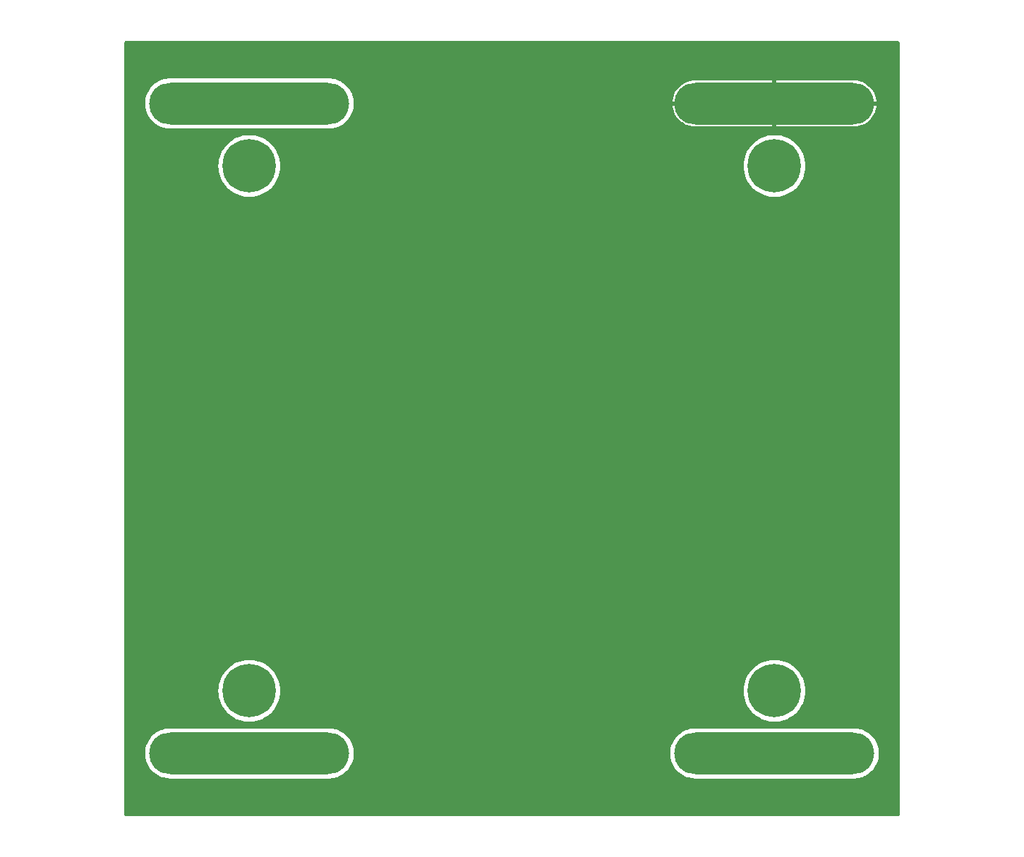
<source format=gbr>
%TF.GenerationSoftware,KiCad,Pcbnew,(6.0.0)*%
%TF.CreationDate,2022-06-20T09:58:44+02:00*%
%TF.ProjectId,bottom_plate_pcb,626f7474-6f6d-45f7-906c-6174655f7063,rev?*%
%TF.SameCoordinates,Original*%
%TF.FileFunction,Copper,L2,Bot*%
%TF.FilePolarity,Positive*%
%FSLAX46Y46*%
G04 Gerber Fmt 4.6, Leading zero omitted, Abs format (unit mm)*
G04 Created by KiCad (PCBNEW (6.0.0)) date 2022-06-20 09:58:44*
%MOMM*%
%LPD*%
G01*
G04 APERTURE LIST*
%TA.AperFunction,ComponentPad*%
%ADD10C,0.800000*%
%TD*%
%TA.AperFunction,ComponentPad*%
%ADD11C,6.400000*%
%TD*%
%TA.AperFunction,ComponentPad*%
%ADD12O,24.000000X5.000000*%
%TD*%
G04 APERTURE END LIST*
D10*
%TO.P,REF\u002A\u002A,1*%
%TO.N,N/C*%
X98500000Y-128100000D03*
X96100000Y-130500000D03*
X96802944Y-132197056D03*
X96802944Y-128802944D03*
X98500000Y-132900000D03*
X100900000Y-130500000D03*
X100197056Y-132197056D03*
X100197056Y-128802944D03*
D11*
X98500000Y-130500000D03*
%TD*%
D12*
%TO.P,J4,1,Pin_1*%
%TO.N,DIN*%
X98500000Y-60000000D03*
%TD*%
D10*
%TO.P,REF\u002A\u002A,1*%
%TO.N,N/C*%
X159802944Y-132197056D03*
X161500000Y-132900000D03*
X159802944Y-128802944D03*
X163900000Y-130500000D03*
X163197056Y-128802944D03*
X159100000Y-130500000D03*
X163197056Y-132197056D03*
D11*
X161500000Y-130500000D03*
D10*
X161500000Y-128100000D03*
%TD*%
%TO.P,REF\u002A\u002A,1*%
%TO.N,N/C*%
X161500000Y-69900000D03*
X159802944Y-69197056D03*
X163197056Y-69197056D03*
X161500000Y-65100000D03*
D11*
X161500000Y-67500000D03*
D10*
X159802944Y-65802944D03*
X163197056Y-65802944D03*
X163900000Y-67500000D03*
X159100000Y-67500000D03*
%TD*%
D12*
%TO.P,J3,1,Pin_1*%
%TO.N,GND*%
X161500000Y-60000000D03*
%TD*%
D11*
%TO.P,REF\u002A\u002A,1*%
%TO.N,N/C*%
X98500000Y-67500000D03*
D10*
X100197056Y-65802944D03*
X98500000Y-69900000D03*
X96100000Y-67500000D03*
X100900000Y-67500000D03*
X100197056Y-69197056D03*
X96802944Y-65802944D03*
X98500000Y-65100000D03*
X96802944Y-69197056D03*
%TD*%
D12*
%TO.P,J2,1,Pin_1*%
%TO.N,+5V*%
X98500000Y-138000000D03*
%TD*%
%TO.P,J1,1,Pin_1*%
%TO.N,DOUT*%
X161500000Y-138000000D03*
%TD*%
%TA.AperFunction,Conductor*%
%TO.N,GND*%
G36*
X176434121Y-52528002D02*
G01*
X176480614Y-52581658D01*
X176492000Y-52634000D01*
X176492000Y-145366000D01*
X176471998Y-145434121D01*
X176418342Y-145480614D01*
X176366000Y-145492000D01*
X83634000Y-145492000D01*
X83565879Y-145471998D01*
X83519386Y-145418342D01*
X83508000Y-145366000D01*
X83508000Y-138126196D01*
X85989044Y-138126196D01*
X85989405Y-138129810D01*
X85989405Y-138129816D01*
X86013694Y-138373157D01*
X86023503Y-138471431D01*
X86097414Y-138810417D01*
X86209797Y-139138661D01*
X86359163Y-139451812D01*
X86543532Y-139745721D01*
X86545804Y-139748557D01*
X86545809Y-139748564D01*
X86602252Y-139819016D01*
X86760459Y-140016491D01*
X87007071Y-140260534D01*
X87280098Y-140474614D01*
X87575921Y-140655895D01*
X87579206Y-140657420D01*
X87579210Y-140657422D01*
X87818653Y-140768567D01*
X87890620Y-140801973D01*
X87994926Y-140836469D01*
X88216578Y-140909774D01*
X88216583Y-140909775D01*
X88220023Y-140910913D01*
X88223578Y-140911649D01*
X88223581Y-140911650D01*
X88556214Y-140980535D01*
X88556217Y-140980535D01*
X88559764Y-140981270D01*
X88698221Y-140993627D01*
X88862076Y-141008251D01*
X88862082Y-141008251D01*
X88864869Y-141008500D01*
X108088432Y-141008500D01*
X108090251Y-141008395D01*
X108090255Y-141008395D01*
X108342754Y-140993836D01*
X108342759Y-140993835D01*
X108346374Y-140993627D01*
X108421388Y-140980535D01*
X108684585Y-140934600D01*
X108684592Y-140934598D01*
X108688158Y-140933976D01*
X108691633Y-140932947D01*
X108691640Y-140932945D01*
X108824863Y-140893482D01*
X109020820Y-140835437D01*
X109024159Y-140834013D01*
X109336614Y-140700740D01*
X109336617Y-140700738D01*
X109339952Y-140699316D01*
X109343099Y-140697521D01*
X109343103Y-140697519D01*
X109638184Y-140529208D01*
X109641324Y-140527417D01*
X109920940Y-140322018D01*
X110175096Y-140085842D01*
X110400422Y-139822019D01*
X110593931Y-139534047D01*
X110753060Y-139225741D01*
X110875698Y-138901189D01*
X110960220Y-138564692D01*
X111005506Y-138220711D01*
X111006991Y-138126196D01*
X148989044Y-138126196D01*
X148989405Y-138129810D01*
X148989405Y-138129816D01*
X149013694Y-138373157D01*
X149023503Y-138471431D01*
X149097414Y-138810417D01*
X149209797Y-139138661D01*
X149359163Y-139451812D01*
X149543532Y-139745721D01*
X149545804Y-139748557D01*
X149545809Y-139748564D01*
X149602252Y-139819016D01*
X149760459Y-140016491D01*
X150007071Y-140260534D01*
X150280098Y-140474614D01*
X150575921Y-140655895D01*
X150579206Y-140657420D01*
X150579210Y-140657422D01*
X150818653Y-140768567D01*
X150890620Y-140801973D01*
X150994926Y-140836469D01*
X151216578Y-140909774D01*
X151216583Y-140909775D01*
X151220023Y-140910913D01*
X151223578Y-140911649D01*
X151223581Y-140911650D01*
X151556214Y-140980535D01*
X151556217Y-140980535D01*
X151559764Y-140981270D01*
X151698221Y-140993627D01*
X151862076Y-141008251D01*
X151862082Y-141008251D01*
X151864869Y-141008500D01*
X171088432Y-141008500D01*
X171090251Y-141008395D01*
X171090255Y-141008395D01*
X171342754Y-140993836D01*
X171342759Y-140993835D01*
X171346374Y-140993627D01*
X171421388Y-140980535D01*
X171684585Y-140934600D01*
X171684592Y-140934598D01*
X171688158Y-140933976D01*
X171691633Y-140932947D01*
X171691640Y-140932945D01*
X171824863Y-140893482D01*
X172020820Y-140835437D01*
X172024159Y-140834013D01*
X172336614Y-140700740D01*
X172336617Y-140700738D01*
X172339952Y-140699316D01*
X172343099Y-140697521D01*
X172343103Y-140697519D01*
X172638184Y-140529208D01*
X172641324Y-140527417D01*
X172920940Y-140322018D01*
X173175096Y-140085842D01*
X173400422Y-139822019D01*
X173593931Y-139534047D01*
X173753060Y-139225741D01*
X173875698Y-138901189D01*
X173960220Y-138564692D01*
X174005506Y-138220711D01*
X174010956Y-137873804D01*
X174001163Y-137775685D01*
X173976857Y-137532177D01*
X173976497Y-137528569D01*
X173902586Y-137189583D01*
X173790203Y-136861339D01*
X173640837Y-136548188D01*
X173456468Y-136254279D01*
X173454196Y-136251443D01*
X173454191Y-136251436D01*
X173241813Y-135986345D01*
X173239541Y-135983509D01*
X172992929Y-135739466D01*
X172719902Y-135525386D01*
X172424079Y-135344105D01*
X172420794Y-135342580D01*
X172420790Y-135342578D01*
X172112663Y-135199551D01*
X172109380Y-135198027D01*
X171939112Y-135141716D01*
X171783422Y-135090226D01*
X171783417Y-135090225D01*
X171779977Y-135089087D01*
X171776422Y-135088351D01*
X171776419Y-135088350D01*
X171443786Y-135019465D01*
X171443783Y-135019465D01*
X171440236Y-135018730D01*
X171285947Y-135004960D01*
X171137924Y-134991749D01*
X171137918Y-134991749D01*
X171135131Y-134991500D01*
X151911568Y-134991500D01*
X151909749Y-134991605D01*
X151909745Y-134991605D01*
X151657246Y-135006164D01*
X151657241Y-135006165D01*
X151653626Y-135006373D01*
X151584669Y-135018408D01*
X151315415Y-135065400D01*
X151315408Y-135065402D01*
X151311842Y-135066024D01*
X151308367Y-135067053D01*
X151308360Y-135067055D01*
X151230137Y-135090226D01*
X150979180Y-135164563D01*
X150975844Y-135165986D01*
X150975841Y-135165987D01*
X150663386Y-135299260D01*
X150663383Y-135299262D01*
X150660048Y-135300684D01*
X150656901Y-135302479D01*
X150656897Y-135302481D01*
X150580602Y-135345999D01*
X150358676Y-135472583D01*
X150079060Y-135677982D01*
X149824904Y-135914158D01*
X149599578Y-136177981D01*
X149406069Y-136465953D01*
X149246940Y-136774259D01*
X149124302Y-137098811D01*
X149039780Y-137435308D01*
X148994494Y-137779289D01*
X148989044Y-138126196D01*
X111006991Y-138126196D01*
X111010956Y-137873804D01*
X111001163Y-137775685D01*
X110976857Y-137532177D01*
X110976497Y-137528569D01*
X110902586Y-137189583D01*
X110790203Y-136861339D01*
X110640837Y-136548188D01*
X110456468Y-136254279D01*
X110454196Y-136251443D01*
X110454191Y-136251436D01*
X110241813Y-135986345D01*
X110239541Y-135983509D01*
X109992929Y-135739466D01*
X109719902Y-135525386D01*
X109424079Y-135344105D01*
X109420794Y-135342580D01*
X109420790Y-135342578D01*
X109112663Y-135199551D01*
X109109380Y-135198027D01*
X108939112Y-135141716D01*
X108783422Y-135090226D01*
X108783417Y-135090225D01*
X108779977Y-135089087D01*
X108776422Y-135088351D01*
X108776419Y-135088350D01*
X108443786Y-135019465D01*
X108443783Y-135019465D01*
X108440236Y-135018730D01*
X108285947Y-135004960D01*
X108137924Y-134991749D01*
X108137918Y-134991749D01*
X108135131Y-134991500D01*
X88911568Y-134991500D01*
X88909749Y-134991605D01*
X88909745Y-134991605D01*
X88657246Y-135006164D01*
X88657241Y-135006165D01*
X88653626Y-135006373D01*
X88584669Y-135018408D01*
X88315415Y-135065400D01*
X88315408Y-135065402D01*
X88311842Y-135066024D01*
X88308367Y-135067053D01*
X88308360Y-135067055D01*
X88230137Y-135090226D01*
X87979180Y-135164563D01*
X87975844Y-135165986D01*
X87975841Y-135165987D01*
X87663386Y-135299260D01*
X87663383Y-135299262D01*
X87660048Y-135300684D01*
X87656901Y-135302479D01*
X87656897Y-135302481D01*
X87580602Y-135345999D01*
X87358676Y-135472583D01*
X87079060Y-135677982D01*
X86824904Y-135914158D01*
X86599578Y-136177981D01*
X86406069Y-136465953D01*
X86246940Y-136774259D01*
X86124302Y-137098811D01*
X86039780Y-137435308D01*
X85994494Y-137779289D01*
X85989044Y-138126196D01*
X83508000Y-138126196D01*
X83508000Y-130500000D01*
X94786411Y-130500000D01*
X94806754Y-130888176D01*
X94867562Y-131272099D01*
X94968167Y-131647562D01*
X95107468Y-132010453D01*
X95283938Y-132356794D01*
X95495643Y-132682793D01*
X95740266Y-132984876D01*
X96015124Y-133259734D01*
X96317207Y-133504357D01*
X96643205Y-133716062D01*
X96646139Y-133717557D01*
X96646146Y-133717561D01*
X96986607Y-133891034D01*
X96989547Y-133892532D01*
X97352438Y-134031833D01*
X97727901Y-134132438D01*
X97931793Y-134164732D01*
X98108576Y-134192732D01*
X98108584Y-134192733D01*
X98111824Y-134193246D01*
X98500000Y-134213589D01*
X98888176Y-134193246D01*
X98891416Y-134192733D01*
X98891424Y-134192732D01*
X99068207Y-134164732D01*
X99272099Y-134132438D01*
X99647562Y-134031833D01*
X100010453Y-133892532D01*
X100013393Y-133891034D01*
X100353854Y-133717561D01*
X100353861Y-133717557D01*
X100356795Y-133716062D01*
X100682793Y-133504357D01*
X100984876Y-133259734D01*
X101259734Y-132984876D01*
X101504357Y-132682793D01*
X101716062Y-132356794D01*
X101892532Y-132010453D01*
X102031833Y-131647562D01*
X102132438Y-131272099D01*
X102193246Y-130888176D01*
X102213589Y-130500000D01*
X157786411Y-130500000D01*
X157806754Y-130888176D01*
X157867562Y-131272099D01*
X157968167Y-131647562D01*
X158107468Y-132010453D01*
X158283938Y-132356794D01*
X158495643Y-132682793D01*
X158740266Y-132984876D01*
X159015124Y-133259734D01*
X159317207Y-133504357D01*
X159643205Y-133716062D01*
X159646139Y-133717557D01*
X159646146Y-133717561D01*
X159986607Y-133891034D01*
X159989547Y-133892532D01*
X160352438Y-134031833D01*
X160727901Y-134132438D01*
X160931793Y-134164732D01*
X161108576Y-134192732D01*
X161108584Y-134192733D01*
X161111824Y-134193246D01*
X161500000Y-134213589D01*
X161888176Y-134193246D01*
X161891416Y-134192733D01*
X161891424Y-134192732D01*
X162068207Y-134164732D01*
X162272099Y-134132438D01*
X162647562Y-134031833D01*
X163010453Y-133892532D01*
X163013393Y-133891034D01*
X163353854Y-133717561D01*
X163353861Y-133717557D01*
X163356795Y-133716062D01*
X163682793Y-133504357D01*
X163984876Y-133259734D01*
X164259734Y-132984876D01*
X164504357Y-132682793D01*
X164716062Y-132356794D01*
X164892532Y-132010453D01*
X165031833Y-131647562D01*
X165132438Y-131272099D01*
X165193246Y-130888176D01*
X165213589Y-130500000D01*
X165193246Y-130111824D01*
X165132438Y-129727901D01*
X165031833Y-129352438D01*
X164892532Y-128989547D01*
X164716062Y-128643206D01*
X164504357Y-128317207D01*
X164259734Y-128015124D01*
X163984876Y-127740266D01*
X163682793Y-127495643D01*
X163356795Y-127283938D01*
X163353861Y-127282443D01*
X163353854Y-127282439D01*
X163013393Y-127108966D01*
X163010453Y-127107468D01*
X162647562Y-126968167D01*
X162272099Y-126867562D01*
X162068207Y-126835268D01*
X161891424Y-126807268D01*
X161891416Y-126807267D01*
X161888176Y-126806754D01*
X161500000Y-126786411D01*
X161111824Y-126806754D01*
X161108584Y-126807267D01*
X161108576Y-126807268D01*
X160931793Y-126835268D01*
X160727901Y-126867562D01*
X160352438Y-126968167D01*
X159989547Y-127107468D01*
X159986607Y-127108966D01*
X159646147Y-127282439D01*
X159646140Y-127282443D01*
X159643206Y-127283938D01*
X159317207Y-127495643D01*
X159015124Y-127740266D01*
X158740266Y-128015124D01*
X158495643Y-128317207D01*
X158283938Y-128643206D01*
X158107468Y-128989547D01*
X157968167Y-129352438D01*
X157867562Y-129727901D01*
X157806754Y-130111824D01*
X157786411Y-130500000D01*
X102213589Y-130500000D01*
X102193246Y-130111824D01*
X102132438Y-129727901D01*
X102031833Y-129352438D01*
X101892532Y-128989547D01*
X101716062Y-128643206D01*
X101504357Y-128317207D01*
X101259734Y-128015124D01*
X100984876Y-127740266D01*
X100682793Y-127495643D01*
X100356795Y-127283938D01*
X100353861Y-127282443D01*
X100353854Y-127282439D01*
X100013393Y-127108966D01*
X100010453Y-127107468D01*
X99647562Y-126968167D01*
X99272099Y-126867562D01*
X99068207Y-126835268D01*
X98891424Y-126807268D01*
X98891416Y-126807267D01*
X98888176Y-126806754D01*
X98500000Y-126786411D01*
X98111824Y-126806754D01*
X98108584Y-126807267D01*
X98108576Y-126807268D01*
X97931793Y-126835268D01*
X97727901Y-126867562D01*
X97352438Y-126968167D01*
X96989547Y-127107468D01*
X96986607Y-127108966D01*
X96646147Y-127282439D01*
X96646140Y-127282443D01*
X96643206Y-127283938D01*
X96317207Y-127495643D01*
X96015124Y-127740266D01*
X95740266Y-128015124D01*
X95495643Y-128317207D01*
X95283938Y-128643206D01*
X95107468Y-128989547D01*
X94968167Y-129352438D01*
X94867562Y-129727901D01*
X94806754Y-130111824D01*
X94786411Y-130500000D01*
X83508000Y-130500000D01*
X83508000Y-67500000D01*
X94786411Y-67500000D01*
X94806754Y-67888176D01*
X94867562Y-68272099D01*
X94968167Y-68647562D01*
X95107468Y-69010453D01*
X95283938Y-69356794D01*
X95495643Y-69682793D01*
X95740266Y-69984876D01*
X96015124Y-70259734D01*
X96317207Y-70504357D01*
X96643205Y-70716062D01*
X96646139Y-70717557D01*
X96646146Y-70717561D01*
X96986607Y-70891034D01*
X96989547Y-70892532D01*
X97352438Y-71031833D01*
X97727901Y-71132438D01*
X97931793Y-71164732D01*
X98108576Y-71192732D01*
X98108584Y-71192733D01*
X98111824Y-71193246D01*
X98500000Y-71213589D01*
X98888176Y-71193246D01*
X98891416Y-71192733D01*
X98891424Y-71192732D01*
X99068207Y-71164732D01*
X99272099Y-71132438D01*
X99647562Y-71031833D01*
X100010453Y-70892532D01*
X100013393Y-70891034D01*
X100353854Y-70717561D01*
X100353861Y-70717557D01*
X100356795Y-70716062D01*
X100682793Y-70504357D01*
X100984876Y-70259734D01*
X101259734Y-69984876D01*
X101504357Y-69682793D01*
X101716062Y-69356794D01*
X101892532Y-69010453D01*
X102031833Y-68647562D01*
X102132438Y-68272099D01*
X102193246Y-67888176D01*
X102213589Y-67500000D01*
X157786411Y-67500000D01*
X157806754Y-67888176D01*
X157867562Y-68272099D01*
X157968167Y-68647562D01*
X158107468Y-69010453D01*
X158283938Y-69356794D01*
X158495643Y-69682793D01*
X158740266Y-69984876D01*
X159015124Y-70259734D01*
X159317207Y-70504357D01*
X159643205Y-70716062D01*
X159646139Y-70717557D01*
X159646146Y-70717561D01*
X159986607Y-70891034D01*
X159989547Y-70892532D01*
X160352438Y-71031833D01*
X160727901Y-71132438D01*
X160931793Y-71164732D01*
X161108576Y-71192732D01*
X161108584Y-71192733D01*
X161111824Y-71193246D01*
X161500000Y-71213589D01*
X161888176Y-71193246D01*
X161891416Y-71192733D01*
X161891424Y-71192732D01*
X162068207Y-71164732D01*
X162272099Y-71132438D01*
X162647562Y-71031833D01*
X163010453Y-70892532D01*
X163013393Y-70891034D01*
X163353854Y-70717561D01*
X163353861Y-70717557D01*
X163356795Y-70716062D01*
X163682793Y-70504357D01*
X163984876Y-70259734D01*
X164259734Y-69984876D01*
X164504357Y-69682793D01*
X164716062Y-69356794D01*
X164892532Y-69010453D01*
X165031833Y-68647562D01*
X165132438Y-68272099D01*
X165193246Y-67888176D01*
X165213589Y-67500000D01*
X165193246Y-67111824D01*
X165132438Y-66727901D01*
X165031833Y-66352438D01*
X164892532Y-65989547D01*
X164716062Y-65643206D01*
X164504357Y-65317207D01*
X164259734Y-65015124D01*
X163984876Y-64740266D01*
X163682793Y-64495643D01*
X163356795Y-64283938D01*
X163353861Y-64282443D01*
X163353854Y-64282439D01*
X163013393Y-64108966D01*
X163010453Y-64107468D01*
X162647562Y-63968167D01*
X162272099Y-63867562D01*
X162068207Y-63835268D01*
X161891424Y-63807268D01*
X161891416Y-63807267D01*
X161888176Y-63806754D01*
X161500000Y-63786411D01*
X161111824Y-63806754D01*
X161108584Y-63807267D01*
X161108576Y-63807268D01*
X160931793Y-63835268D01*
X160727901Y-63867562D01*
X160352438Y-63968167D01*
X159989547Y-64107468D01*
X159986607Y-64108966D01*
X159646147Y-64282439D01*
X159646140Y-64282443D01*
X159643206Y-64283938D01*
X159317207Y-64495643D01*
X159015124Y-64740266D01*
X158740266Y-65015124D01*
X158495643Y-65317207D01*
X158283938Y-65643206D01*
X158107468Y-65989547D01*
X157968167Y-66352438D01*
X157867562Y-66727901D01*
X157806754Y-67111824D01*
X157786411Y-67500000D01*
X102213589Y-67500000D01*
X102193246Y-67111824D01*
X102132438Y-66727901D01*
X102031833Y-66352438D01*
X101892532Y-65989547D01*
X101716062Y-65643206D01*
X101504357Y-65317207D01*
X101259734Y-65015124D01*
X100984876Y-64740266D01*
X100682793Y-64495643D01*
X100356795Y-64283938D01*
X100353861Y-64282443D01*
X100353854Y-64282439D01*
X100013393Y-64108966D01*
X100010453Y-64107468D01*
X99647562Y-63968167D01*
X99272099Y-63867562D01*
X99068207Y-63835268D01*
X98891424Y-63807268D01*
X98891416Y-63807267D01*
X98888176Y-63806754D01*
X98500000Y-63786411D01*
X98111824Y-63806754D01*
X98108584Y-63807267D01*
X98108576Y-63807268D01*
X97931793Y-63835268D01*
X97727901Y-63867562D01*
X97352438Y-63968167D01*
X96989547Y-64107468D01*
X96986607Y-64108966D01*
X96646147Y-64282439D01*
X96646140Y-64282443D01*
X96643206Y-64283938D01*
X96317207Y-64495643D01*
X96015124Y-64740266D01*
X95740266Y-65015124D01*
X95495643Y-65317207D01*
X95283938Y-65643206D01*
X95107468Y-65989547D01*
X94968167Y-66352438D01*
X94867562Y-66727901D01*
X94806754Y-67111824D01*
X94786411Y-67500000D01*
X83508000Y-67500000D01*
X83508000Y-60126196D01*
X85989044Y-60126196D01*
X85989405Y-60129810D01*
X85989405Y-60129816D01*
X86010585Y-60342013D01*
X86023503Y-60471431D01*
X86097414Y-60810417D01*
X86098587Y-60813844D01*
X86098589Y-60813850D01*
X86208624Y-61135235D01*
X86209797Y-61138661D01*
X86359163Y-61451812D01*
X86543532Y-61745721D01*
X86545804Y-61748557D01*
X86545809Y-61748564D01*
X86617513Y-61838065D01*
X86760459Y-62016491D01*
X87007071Y-62260534D01*
X87280098Y-62474614D01*
X87575921Y-62655895D01*
X87579206Y-62657420D01*
X87579210Y-62657422D01*
X87745716Y-62734711D01*
X87890620Y-62801973D01*
X87994926Y-62836469D01*
X88216578Y-62909774D01*
X88216583Y-62909775D01*
X88220023Y-62910913D01*
X88223578Y-62911649D01*
X88223581Y-62911650D01*
X88556214Y-62980535D01*
X88556217Y-62980535D01*
X88559764Y-62981270D01*
X88698221Y-62993627D01*
X88862076Y-63008251D01*
X88862082Y-63008251D01*
X88864869Y-63008500D01*
X108088432Y-63008500D01*
X108090251Y-63008395D01*
X108090255Y-63008395D01*
X108342754Y-62993836D01*
X108342759Y-62993835D01*
X108346374Y-62993627D01*
X108421388Y-62980535D01*
X108684585Y-62934600D01*
X108684592Y-62934598D01*
X108688158Y-62933976D01*
X108691633Y-62932947D01*
X108691640Y-62932945D01*
X108824863Y-62893482D01*
X109020820Y-62835437D01*
X109024159Y-62834013D01*
X109336614Y-62700740D01*
X109336617Y-62700738D01*
X109339952Y-62699316D01*
X109343099Y-62697521D01*
X109343103Y-62697519D01*
X109638184Y-62529208D01*
X109641324Y-62527417D01*
X109920940Y-62322018D01*
X110175096Y-62085842D01*
X110400422Y-61822019D01*
X110593931Y-61534047D01*
X110753060Y-61225741D01*
X110875698Y-60901189D01*
X110960220Y-60564692D01*
X110988548Y-60349523D01*
X110999113Y-60269276D01*
X149256619Y-60269276D01*
X149259043Y-60313334D01*
X149259912Y-60320845D01*
X149316537Y-60640354D01*
X149318304Y-60647714D01*
X149412898Y-60958083D01*
X149415546Y-60965203D01*
X149546739Y-61261955D01*
X149550216Y-61268692D01*
X149716120Y-61547552D01*
X149720368Y-61553803D01*
X149918574Y-61810715D01*
X149923559Y-61816430D01*
X150151180Y-62047654D01*
X150156816Y-62052729D01*
X150410573Y-62254938D01*
X150416771Y-62259294D01*
X150692987Y-62429555D01*
X150699663Y-62433135D01*
X150994334Y-62568980D01*
X151001385Y-62571730D01*
X151310247Y-62671192D01*
X151317580Y-62673075D01*
X151636155Y-62734711D01*
X151643655Y-62735698D01*
X151899919Y-62753842D01*
X151904369Y-62754000D01*
X161227885Y-62754000D01*
X161243124Y-62749525D01*
X161244329Y-62748135D01*
X161246000Y-62740452D01*
X161246000Y-62735885D01*
X161754000Y-62735885D01*
X161758475Y-62751124D01*
X161759865Y-62752329D01*
X161767548Y-62754000D01*
X171081609Y-62754000D01*
X171085382Y-62753887D01*
X171327684Y-62739279D01*
X171335186Y-62738371D01*
X171654400Y-62680072D01*
X171661733Y-62678271D01*
X171971634Y-62582044D01*
X171978707Y-62579372D01*
X172274781Y-62446621D01*
X172281508Y-62443104D01*
X172559481Y-62275751D01*
X172565725Y-62271460D01*
X172821587Y-62071918D01*
X172827277Y-62066901D01*
X173057314Y-61838065D01*
X173062344Y-61832420D01*
X173263229Y-61577599D01*
X173267554Y-61571376D01*
X173436370Y-61294266D01*
X173439905Y-61287589D01*
X173574211Y-60992201D01*
X173576924Y-60985131D01*
X173674764Y-60675764D01*
X173676611Y-60668413D01*
X173736578Y-60349523D01*
X173737526Y-60342013D01*
X173742110Y-60272078D01*
X173738687Y-60256779D01*
X173727661Y-60254000D01*
X161772115Y-60254000D01*
X161756876Y-60258475D01*
X161755671Y-60259865D01*
X161754000Y-60267548D01*
X161754000Y-62735885D01*
X161246000Y-62735885D01*
X161246000Y-60272115D01*
X161241525Y-60256876D01*
X161240135Y-60255671D01*
X161232452Y-60254000D01*
X149273893Y-60254000D01*
X149258659Y-60258473D01*
X149256619Y-60269276D01*
X110999113Y-60269276D01*
X111005032Y-60224315D01*
X111005033Y-60224307D01*
X111005506Y-60220711D01*
X111010956Y-59873804D01*
X111001163Y-59775685D01*
X110996395Y-59727922D01*
X149257890Y-59727922D01*
X149261313Y-59743221D01*
X149272339Y-59746000D01*
X161227885Y-59746000D01*
X161243124Y-59741525D01*
X161244329Y-59740135D01*
X161246000Y-59732452D01*
X161246000Y-59727885D01*
X161754000Y-59727885D01*
X161758475Y-59743124D01*
X161759865Y-59744329D01*
X161767548Y-59746000D01*
X173726107Y-59746000D01*
X173741341Y-59741527D01*
X173743381Y-59730724D01*
X173740957Y-59686666D01*
X173740088Y-59679155D01*
X173683463Y-59359646D01*
X173681696Y-59352286D01*
X173587102Y-59041917D01*
X173584454Y-59034797D01*
X173453261Y-58738045D01*
X173449784Y-58731308D01*
X173283880Y-58452448D01*
X173279632Y-58446197D01*
X173081426Y-58189285D01*
X173076441Y-58183570D01*
X172848820Y-57952346D01*
X172843184Y-57947271D01*
X172589427Y-57745062D01*
X172583229Y-57740706D01*
X172307013Y-57570445D01*
X172300337Y-57566865D01*
X172005666Y-57431020D01*
X171998615Y-57428270D01*
X171689753Y-57328808D01*
X171682420Y-57326925D01*
X171363845Y-57265289D01*
X171356345Y-57264302D01*
X171100081Y-57246158D01*
X171095631Y-57246000D01*
X161772115Y-57246000D01*
X161756876Y-57250475D01*
X161755671Y-57251865D01*
X161754000Y-57259548D01*
X161754000Y-59727885D01*
X161246000Y-59727885D01*
X161246000Y-57264115D01*
X161241525Y-57248876D01*
X161240135Y-57247671D01*
X161232452Y-57246000D01*
X151918392Y-57246000D01*
X151914618Y-57246113D01*
X151672316Y-57260721D01*
X151664814Y-57261629D01*
X151345600Y-57319928D01*
X151338267Y-57321729D01*
X151028366Y-57417956D01*
X151021293Y-57420628D01*
X150725219Y-57553379D01*
X150718492Y-57556896D01*
X150440519Y-57724249D01*
X150434275Y-57728540D01*
X150178413Y-57928082D01*
X150172723Y-57933099D01*
X149942686Y-58161935D01*
X149937656Y-58167580D01*
X149736771Y-58422401D01*
X149732446Y-58428624D01*
X149563630Y-58705734D01*
X149560095Y-58712411D01*
X149425789Y-59007799D01*
X149423076Y-59014869D01*
X149325236Y-59324236D01*
X149323389Y-59331587D01*
X149263422Y-59650477D01*
X149262474Y-59657987D01*
X149257890Y-59727922D01*
X110996395Y-59727922D01*
X110976857Y-59532177D01*
X110976497Y-59528569D01*
X110902586Y-59189583D01*
X110840348Y-59007799D01*
X110791376Y-58864765D01*
X110790203Y-58861339D01*
X110640837Y-58548188D01*
X110456468Y-58254279D01*
X110454196Y-58251443D01*
X110454191Y-58251436D01*
X110241813Y-57986345D01*
X110239541Y-57983509D01*
X109992929Y-57739466D01*
X109719902Y-57525386D01*
X109424079Y-57344105D01*
X109420794Y-57342580D01*
X109420790Y-57342578D01*
X109112663Y-57199551D01*
X109109380Y-57198027D01*
X108939112Y-57141716D01*
X108783422Y-57090226D01*
X108783417Y-57090225D01*
X108779977Y-57089087D01*
X108776422Y-57088351D01*
X108776419Y-57088350D01*
X108443786Y-57019465D01*
X108443783Y-57019465D01*
X108440236Y-57018730D01*
X108285947Y-57004960D01*
X108137924Y-56991749D01*
X108137918Y-56991749D01*
X108135131Y-56991500D01*
X88911568Y-56991500D01*
X88909749Y-56991605D01*
X88909745Y-56991605D01*
X88657246Y-57006164D01*
X88657241Y-57006165D01*
X88653626Y-57006373D01*
X88584669Y-57018408D01*
X88315415Y-57065400D01*
X88315408Y-57065402D01*
X88311842Y-57066024D01*
X88308367Y-57067053D01*
X88308360Y-57067055D01*
X88230137Y-57090226D01*
X87979180Y-57164563D01*
X87975844Y-57165986D01*
X87975841Y-57165987D01*
X87663386Y-57299260D01*
X87663383Y-57299262D01*
X87660048Y-57300684D01*
X87656901Y-57302479D01*
X87656897Y-57302481D01*
X87449763Y-57420628D01*
X87358676Y-57472583D01*
X87079060Y-57677982D01*
X86824904Y-57914158D01*
X86599578Y-58177981D01*
X86406069Y-58465953D01*
X86246940Y-58774259D01*
X86124302Y-59098811D01*
X86039780Y-59435308D01*
X86039307Y-59438901D01*
X85998877Y-59746000D01*
X85994494Y-59779289D01*
X85989044Y-60126196D01*
X83508000Y-60126196D01*
X83508000Y-52634000D01*
X83528002Y-52565879D01*
X83581658Y-52519386D01*
X83634000Y-52508000D01*
X176366000Y-52508000D01*
X176434121Y-52528002D01*
G37*
%TD.AperFunction*%
%TD*%
M02*

</source>
